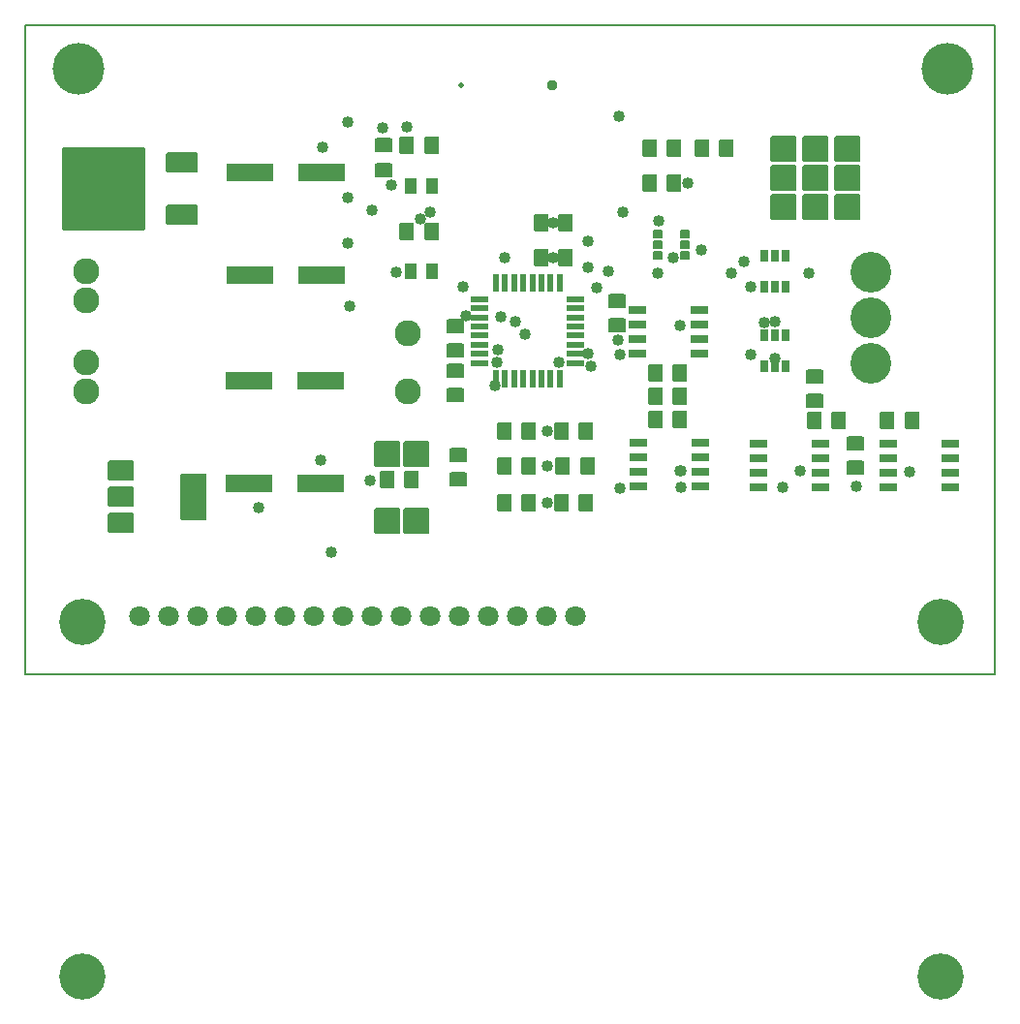
<source format=gbr>
G04 PROTEUS RS274X GERBER FILE*
%FSLAX45Y45*%
%MOMM*%
G01*
%ADD40C,1.016000*%
%AMPPAD035*
4,1,36,
-3.619500,-3.492500,
-3.619500,3.492500,
-3.616970,3.518470,
-3.609700,3.542480,
-3.598150,3.564080,
-3.582790,3.582790,
-3.564070,3.598150,
-3.542480,3.609700,
-3.518470,3.616970,
-3.492500,3.619500,
3.492500,3.619500,
3.518470,3.616970,
3.542480,3.609700,
3.564070,3.598150,
3.582790,3.582790,
3.598150,3.564080,
3.609700,3.542480,
3.616970,3.518470,
3.619500,3.492500,
3.619500,-3.492500,
3.616970,-3.518470,
3.609700,-3.542480,
3.598150,-3.564080,
3.582790,-3.582790,
3.564070,-3.598150,
3.542480,-3.609700,
3.518470,-3.616970,
3.492500,-3.619500,
-3.492500,-3.619500,
-3.518470,-3.616970,
-3.542480,-3.609700,
-3.564070,-3.598150,
-3.582790,-3.582790,
-3.598150,-3.564080,
-3.609700,-3.542480,
-3.616970,-3.518470,
-3.619500,-3.492500,
0*%
%ADD41PPAD035*%
%AMPPAD036*
4,1,36,
-1.397000,-0.762000,
-1.397000,0.762000,
-1.394470,0.787970,
-1.387200,0.811980,
-1.375650,0.833580,
-1.360290,0.852290,
-1.341570,0.867650,
-1.319980,0.879200,
-1.295970,0.886470,
-1.270000,0.889000,
1.270000,0.889000,
1.295970,0.886470,
1.319980,0.879200,
1.341570,0.867650,
1.360290,0.852290,
1.375650,0.833580,
1.387200,0.811980,
1.394470,0.787970,
1.397000,0.762000,
1.397000,-0.762000,
1.394470,-0.787970,
1.387200,-0.811980,
1.375650,-0.833580,
1.360290,-0.852290,
1.341570,-0.867650,
1.319980,-0.879200,
1.295970,-0.886470,
1.270000,-0.889000,
-1.270000,-0.889000,
-1.295970,-0.886470,
-1.319980,-0.879200,
-1.341570,-0.867650,
-1.360290,-0.852290,
-1.375650,-0.833580,
-1.387200,-0.811980,
-1.394470,-0.787970,
-1.397000,-0.762000,
0*%
%ADD42PPAD036*%
%AMPPAD037*
4,1,4,
-2.070100,-0.800100,
-2.070100,0.800100,
2.070100,0.800100,
2.070100,-0.800100,
-2.070100,-0.800100,
0*%
%ADD43PPAD037*%
%AMPPAD038*
4,1,36,
-0.508000,0.762000,
0.508000,0.762000,
0.533970,0.759470,
0.557980,0.752200,
0.579580,0.740650,
0.598290,0.725290,
0.613650,0.706570,
0.625200,0.684980,
0.632470,0.660970,
0.635000,0.635000,
0.635000,-0.635000,
0.632470,-0.660970,
0.625200,-0.684980,
0.613650,-0.706570,
0.598290,-0.725290,
0.579580,-0.740650,
0.557980,-0.752200,
0.533970,-0.759470,
0.508000,-0.762000,
-0.508000,-0.762000,
-0.533970,-0.759470,
-0.557980,-0.752200,
-0.579580,-0.740650,
-0.598290,-0.725290,
-0.613650,-0.706570,
-0.625200,-0.684980,
-0.632470,-0.660970,
-0.635000,-0.635000,
-0.635000,0.635000,
-0.632470,0.660970,
-0.625200,0.684980,
-0.613650,0.706570,
-0.598290,0.725290,
-0.579580,0.740650,
-0.557980,0.752200,
-0.533970,0.759470,
-0.508000,0.762000,
0*%
%ADD44PPAD038*%
%AMPPAD039*
4,1,4,
-0.495300,0.698500,
0.495300,0.698500,
0.495300,-0.698500,
-0.495300,-0.698500,
-0.495300,0.698500,
0*%
%ADD45PPAD039*%
%AMPPAD040*
4,1,4,
-0.749300,-0.279400,
-0.749300,0.279400,
0.749300,0.279400,
0.749300,-0.279400,
-0.749300,-0.279400,
0*%
%ADD46PPAD040*%
%AMPPAD041*
4,1,4,
-0.279400,0.749300,
0.279400,0.749300,
0.279400,-0.749300,
-0.279400,-0.749300,
-0.279400,0.749300,
0*%
%ADD47PPAD041*%
%AMPPAD042*
4,1,36,
0.762000,0.508000,
0.762000,-0.508000,
0.759470,-0.533970,
0.752200,-0.557980,
0.740650,-0.579580,
0.725290,-0.598290,
0.706570,-0.613650,
0.684980,-0.625200,
0.660970,-0.632470,
0.635000,-0.635000,
-0.635000,-0.635000,
-0.660970,-0.632470,
-0.684980,-0.625200,
-0.706570,-0.613650,
-0.725290,-0.598290,
-0.740650,-0.579580,
-0.752200,-0.557980,
-0.759470,-0.533970,
-0.762000,-0.508000,
-0.762000,0.508000,
-0.759470,0.533970,
-0.752200,0.557980,
-0.740650,0.579580,
-0.725290,0.598290,
-0.706570,0.613650,
-0.684980,0.625200,
-0.660970,0.632470,
-0.635000,0.635000,
0.635000,0.635000,
0.660970,0.632470,
0.684980,0.625200,
0.706570,0.613650,
0.725290,0.598290,
0.740650,0.579580,
0.752200,0.557980,
0.759470,0.533970,
0.762000,0.508000,
0*%
%ADD48PPAD042*%
%ADD49C,2.286000*%
%ADD50C,3.556000*%
%AMPPAD045*
4,1,36,
-1.143000,-1.016000,
-1.143000,1.016000,
-1.140470,1.041970,
-1.133200,1.065980,
-1.121650,1.087580,
-1.106290,1.106290,
-1.087570,1.121650,
-1.065980,1.133200,
-1.041970,1.140470,
-1.016000,1.143000,
1.016000,1.143000,
1.041970,1.140470,
1.065980,1.133200,
1.087570,1.121650,
1.106290,1.106290,
1.121650,1.087580,
1.133200,1.065980,
1.140470,1.041970,
1.143000,1.016000,
1.143000,-1.016000,
1.140470,-1.041970,
1.133200,-1.065980,
1.121650,-1.087580,
1.106290,-1.106290,
1.087570,-1.121650,
1.065980,-1.133200,
1.041970,-1.140470,
1.016000,-1.143000,
-1.016000,-1.143000,
-1.041970,-1.140470,
-1.065980,-1.133200,
-1.087570,-1.121650,
-1.106290,-1.106290,
-1.121650,-1.087580,
-1.133200,-1.065980,
-1.140470,-1.041970,
-1.143000,-1.016000,
0*%
%ADD51PPAD045*%
%AMPPAD046*
4,1,4,
-0.330200,0.495300,
0.330200,0.495300,
0.330200,-0.495300,
-0.330200,-0.495300,
-0.330200,0.495300,
0*%
%ADD52PPAD046*%
%AMPPAD047*
4,1,4,
-0.774700,-0.304800,
-0.774700,0.304800,
0.774700,0.304800,
0.774700,-0.304800,
-0.774700,-0.304800,
0*%
%ADD53PPAD047*%
%ADD25C,0.960000*%
%ADD26C,0.500000*%
%AMPPAD048*
4,1,36,
0.444500,0.254000,
0.444500,-0.254000,
0.441970,-0.279970,
0.434700,-0.303980,
0.423150,-0.325580,
0.407790,-0.344290,
0.389070,-0.359650,
0.367480,-0.371200,
0.343470,-0.378470,
0.317500,-0.381000,
-0.317500,-0.381000,
-0.343470,-0.378470,
-0.367480,-0.371200,
-0.389070,-0.359650,
-0.407790,-0.344290,
-0.423150,-0.325580,
-0.434700,-0.303980,
-0.441970,-0.279970,
-0.444500,-0.254000,
-0.444500,0.254000,
-0.441970,0.279970,
-0.434700,0.303980,
-0.423150,0.325580,
-0.407790,0.344290,
-0.389070,0.359650,
-0.367480,0.371200,
-0.343470,0.378470,
-0.317500,0.381000,
0.317500,0.381000,
0.343470,0.378470,
0.367480,0.371200,
0.389070,0.359650,
0.407790,0.344290,
0.423150,0.325580,
0.434700,0.303980,
0.441970,0.279970,
0.444500,0.254000,
0*%
%ADD54PPAD048*%
%AMPPAD049*
4,1,36,
1.143000,0.762000,
1.143000,-0.762000,
1.140470,-0.787970,
1.133200,-0.811980,
1.121650,-0.833580,
1.106290,-0.852290,
1.087570,-0.867650,
1.065980,-0.879200,
1.041970,-0.886470,
1.016000,-0.889000,
-1.016000,-0.889000,
-1.041970,-0.886470,
-1.065980,-0.879200,
-1.087570,-0.867650,
-1.106290,-0.852290,
-1.121650,-0.833580,
-1.133200,-0.811980,
-1.140470,-0.787970,
-1.143000,-0.762000,
-1.143000,0.762000,
-1.140470,0.787970,
-1.133200,0.811980,
-1.121650,0.833580,
-1.106290,0.852290,
-1.087570,0.867650,
-1.065980,0.879200,
-1.041970,0.886470,
-1.016000,0.889000,
1.016000,0.889000,
1.041970,0.886470,
1.065980,0.879200,
1.087570,0.867650,
1.106290,0.852290,
1.121650,0.833580,
1.133200,0.811980,
1.140470,0.787970,
1.143000,0.762000,
0*%
%ADD55PPAD049*%
%AMPPAD050*
4,1,36,
1.016000,-2.032000,
-1.016000,-2.032000,
-1.041970,-2.029470,
-1.065980,-2.022200,
-1.087580,-2.010650,
-1.106290,-1.995290,
-1.121650,-1.976570,
-1.133200,-1.954980,
-1.140470,-1.930970,
-1.143000,-1.905000,
-1.143000,1.905000,
-1.140470,1.930970,
-1.133200,1.954980,
-1.121650,1.976570,
-1.106290,1.995290,
-1.087580,2.010650,
-1.065980,2.022200,
-1.041970,2.029470,
-1.016000,2.032000,
1.016000,2.032000,
1.041970,2.029470,
1.065980,2.022200,
1.087580,2.010650,
1.106290,1.995290,
1.121650,1.976570,
1.133200,1.954980,
1.140470,1.930970,
1.143000,1.905000,
1.143000,-1.905000,
1.140470,-1.930970,
1.133200,-1.954980,
1.121650,-1.976570,
1.106290,-1.995290,
1.087580,-2.010650,
1.065980,-2.022200,
1.041970,-2.029470,
1.016000,-2.032000,
0*%
%ADD56PPAD050*%
%AMPPAD051*
4,1,36,
-1.016000,1.143000,
1.016000,1.143000,
1.041970,1.140470,
1.065980,1.133200,
1.087580,1.121650,
1.106290,1.106290,
1.121650,1.087570,
1.133200,1.065980,
1.140470,1.041970,
1.143000,1.016000,
1.143000,-1.016000,
1.140470,-1.041970,
1.133200,-1.065980,
1.121650,-1.087570,
1.106290,-1.106290,
1.087580,-1.121650,
1.065980,-1.133200,
1.041970,-1.140470,
1.016000,-1.143000,
-1.016000,-1.143000,
-1.041970,-1.140470,
-1.065980,-1.133200,
-1.087580,-1.121650,
-1.106290,-1.106290,
-1.121650,-1.087570,
-1.133200,-1.065980,
-1.140470,-1.041970,
-1.143000,-1.016000,
-1.143000,1.016000,
-1.140470,1.041970,
-1.133200,1.065980,
-1.121650,1.087570,
-1.106290,1.106290,
-1.087580,1.121650,
-1.065980,1.133200,
-1.041970,1.140470,
-1.016000,1.143000,
0*%
%ADD57PPAD051*%
%ADD72C,1.800000*%
%ADD73C,4.050000*%
%ADD58C,4.508000*%
%ADD31C,0.203200*%
D40*
X-4900000Y+1990000D03*
X-4900000Y+1680000D03*
X-4900000Y+1360000D03*
X-4794748Y+2588185D03*
X-1728568Y+1630476D03*
X-2686372Y+1639569D03*
X-3740262Y+2906188D03*
X-2200000Y+1500000D03*
X-2837980Y+1497932D03*
X-4265049Y+2655765D03*
X-3121476Y+2652976D03*
X-4850000Y+3500000D03*
X-3121476Y+3250000D03*
X-3800000Y+3500000D03*
X-3004308Y+2931061D03*
X-4851917Y+3807813D03*
X-3183274Y+3466726D03*
X-3550000Y+3572798D03*
X-2908213Y+2940000D03*
X-2912764Y+2624450D03*
X-4280000Y+2780000D03*
X-3293530Y+3364239D03*
X-2613456Y+3366385D03*
X-3733245Y+1496384D03*
X-3734425Y+1639569D03*
X-3736084Y+1637910D03*
X-4266331Y+1488022D03*
X-3670905Y+4149953D03*
X-4540685Y+3415995D03*
X-4540593Y+3643875D03*
X-6336064Y+4638148D03*
X-6122591Y+4641435D03*
X-6865114Y+4464948D03*
X-3925154Y+3819253D03*
X-5269990Y+3504046D03*
X-5636004Y+3249840D03*
X-6876505Y+1736163D03*
X-5090797Y+2831653D03*
X-5182435Y+2939985D03*
X-5304083Y+2984167D03*
X-7421313Y+1316129D03*
X-5356295Y+2383548D03*
X-6005974Y+3838715D03*
X-5341123Y+2586619D03*
X-5330695Y+2696454D03*
X-6787764Y+923883D03*
X-6629515Y+3077872D03*
X-6216477Y+3377910D03*
X-6645036Y+3627901D03*
X-6258897Y+4133135D03*
X-6644253Y+4026780D03*
X-6644883Y+4689123D03*
X-4235184Y+3901058D03*
X-5605831Y+2990486D03*
X-4545851Y+2661570D03*
X-6450000Y+1550000D03*
X-4269818Y+4735797D03*
X-4469502Y+3236816D03*
X-4516849Y+2549453D03*
X-5922580Y+3897649D03*
X-6428834Y+3913696D03*
X-4369579Y+3381777D03*
X-3934903Y+3367215D03*
D41*
X-8780000Y+4100000D03*
D42*
X-8089120Y+3871400D03*
X-8089120Y+4328600D03*
D43*
X-7500000Y+3350000D03*
X-6870000Y+3350000D03*
X-7500000Y+4250000D03*
X-6870000Y+4250000D03*
D44*
X-6123360Y+4480000D03*
X-5910000Y+4480000D03*
D45*
X-5910000Y+4130000D03*
X-6090000Y+4130000D03*
D46*
X-5490000Y+3140000D03*
X-5490000Y+3060000D03*
X-5490000Y+2980000D03*
X-5490000Y+2900000D03*
X-5490000Y+2820000D03*
X-5490000Y+2740000D03*
X-5490000Y+2660000D03*
X-5490000Y+2580000D03*
D47*
X-5350000Y+2440000D03*
X-5270000Y+2440000D03*
X-5190000Y+2440000D03*
X-5110000Y+2440000D03*
X-5030000Y+2440000D03*
X-4950000Y+2440000D03*
X-4870000Y+2440000D03*
X-4790000Y+2440000D03*
D46*
X-4650000Y+2580000D03*
X-4650000Y+2660000D03*
X-4650000Y+2740000D03*
X-4650000Y+2820000D03*
X-4650000Y+2900000D03*
X-4650000Y+2980000D03*
X-4650000Y+3060000D03*
X-4650000Y+3140000D03*
D47*
X-4790000Y+3280000D03*
X-4870000Y+3280000D03*
X-4950000Y+3280000D03*
X-5030000Y+3280000D03*
X-5110000Y+3280000D03*
X-5190000Y+3280000D03*
X-5270000Y+3280000D03*
X-5350000Y+3280000D03*
D48*
X-5700000Y+2900000D03*
X-5700000Y+2686640D03*
X-5700000Y+2296640D03*
X-5700000Y+2510000D03*
D49*
X-6120000Y+2330000D03*
X-6120000Y+2838000D03*
D50*
X-2070000Y+3372480D03*
X-2070000Y+2976240D03*
X-2070000Y+2580000D03*
D49*
X-8930000Y+3130000D03*
X-8930000Y+3384000D03*
X-8930000Y+2330000D03*
X-8930000Y+2584000D03*
D51*
X-2830000Y+3940000D03*
X-2830000Y+4194000D03*
X-2830000Y+4448000D03*
X-2550000Y+3940000D03*
X-2550000Y+4194000D03*
X-2550000Y+4448000D03*
X-2270000Y+3940000D03*
X-2270000Y+4194000D03*
X-2270000Y+4448000D03*
D52*
X-2815000Y+2820000D03*
X-2910000Y+2820000D03*
X-3005000Y+2820000D03*
X-3005000Y+2550000D03*
X-2910000Y+2550000D03*
X-2815000Y+2550000D03*
X-2815000Y+3520000D03*
X-2910000Y+3520000D03*
X-3005000Y+3520000D03*
X-3005000Y+3250000D03*
X-2910000Y+3250000D03*
X-2815000Y+3250000D03*
D53*
X-3050000Y+1877000D03*
X-3050000Y+1750000D03*
X-3050000Y+1623000D03*
X-3050000Y+1496000D03*
X-2510000Y+1496000D03*
X-2510000Y+1623000D03*
X-2510000Y+1750000D03*
X-2510000Y+1877000D03*
X-1920000Y+1877000D03*
X-1920000Y+1750000D03*
X-1920000Y+1623000D03*
X-1920000Y+1496000D03*
X-1380000Y+1496000D03*
X-1380000Y+1623000D03*
X-1380000Y+1750000D03*
X-1380000Y+1877000D03*
X-4100000Y+1884000D03*
X-4100000Y+1757000D03*
X-4100000Y+1630000D03*
X-4100000Y+1503000D03*
X-3560000Y+1503000D03*
X-3560000Y+1630000D03*
X-3560000Y+1757000D03*
X-3560000Y+1884000D03*
X-4110000Y+3044000D03*
X-4110000Y+2917000D03*
X-4110000Y+2790000D03*
X-4110000Y+2663000D03*
X-3570000Y+2663000D03*
X-3570000Y+2790000D03*
X-3570000Y+2917000D03*
X-3570000Y+3044000D03*
D25*
X-4855000Y+5008000D03*
D26*
X-5655000Y+5008000D03*
D44*
X-1710000Y+2080000D03*
X-1923360Y+2080000D03*
D48*
X-2210000Y+1666640D03*
X-2210000Y+1880000D03*
D54*
X-3931920Y+3706520D03*
X-3931920Y+3612540D03*
X-3931920Y+3516020D03*
X-3693160Y+3516020D03*
X-3693160Y+3610000D03*
X-3693160Y+3706520D03*
D55*
X-8620000Y+1641140D03*
D56*
X-7990080Y+1410000D03*
D55*
X-8620000Y+1410000D03*
X-8620000Y+1178860D03*
D43*
X-7510000Y+2430000D03*
X-6880000Y+2430000D03*
X-7510000Y+1530000D03*
X-6880000Y+1530000D03*
D45*
X-5910000Y+3380000D03*
X-6090000Y+3380000D03*
D44*
X-6123360Y+3730000D03*
X-5910000Y+3730000D03*
X-2346640Y+2080000D03*
X-2560000Y+2080000D03*
D48*
X-2560000Y+2250000D03*
X-2560000Y+2463360D03*
X-4290000Y+3123360D03*
X-4290000Y+2910000D03*
D44*
X-3950000Y+2490000D03*
X-3736640Y+2490000D03*
X-3736640Y+2290000D03*
X-3950000Y+2290000D03*
X-3953360Y+2090000D03*
X-3740000Y+2090000D03*
X-4770000Y+1990000D03*
X-4556640Y+1990000D03*
X-4760000Y+1680000D03*
X-4546640Y+1680000D03*
X-4770000Y+1360000D03*
X-4556640Y+1360000D03*
X-5270000Y+1990000D03*
X-5056640Y+1990000D03*
X-5270000Y+1680000D03*
X-5056640Y+1680000D03*
X-5270000Y+1360000D03*
X-5056640Y+1360000D03*
D48*
X-6330000Y+4266640D03*
X-6330000Y+4480000D03*
D44*
X-3786640Y+4460000D03*
X-4000000Y+4460000D03*
X-3330000Y+4460000D03*
X-3543360Y+4460000D03*
X-3790000Y+4150000D03*
X-4003360Y+4150000D03*
X-4950000Y+3500000D03*
X-4736640Y+3500000D03*
X-4950000Y+3810000D03*
X-4736640Y+3810000D03*
D57*
X-6300000Y+1200000D03*
X-6046000Y+1200000D03*
X-6300000Y+1780000D03*
X-6046000Y+1780000D03*
D44*
X-6300000Y+1560000D03*
X-6086640Y+1560000D03*
D48*
X-5680000Y+1560000D03*
X-5680000Y+1773360D03*
D72*
X-8460000Y+370000D03*
X-8206000Y+370000D03*
X-7952000Y+370000D03*
X-7698000Y+370000D03*
X-7444000Y+370000D03*
X-7190000Y+370000D03*
X-6936000Y+370000D03*
X-6682000Y+370000D03*
X-6428000Y+370000D03*
X-6174000Y+370000D03*
X-5920000Y+370000D03*
X-5666000Y+370000D03*
X-5412000Y+370000D03*
X-5158000Y+370000D03*
X-4904000Y+370000D03*
X-4650000Y+370000D03*
D73*
X-8960000Y+320000D03*
X-8960000Y-2780000D03*
X-1460000Y+320000D03*
X-1460000Y-2780000D03*
D58*
X-9000000Y+5150000D03*
X-1400000Y+5150000D03*
D31*
X-9460000Y-140000D02*
X-990000Y-140000D01*
X-990000Y+5530000D01*
X-9460000Y+5530000D01*
X-9460000Y-140000D01*
M02*

</source>
